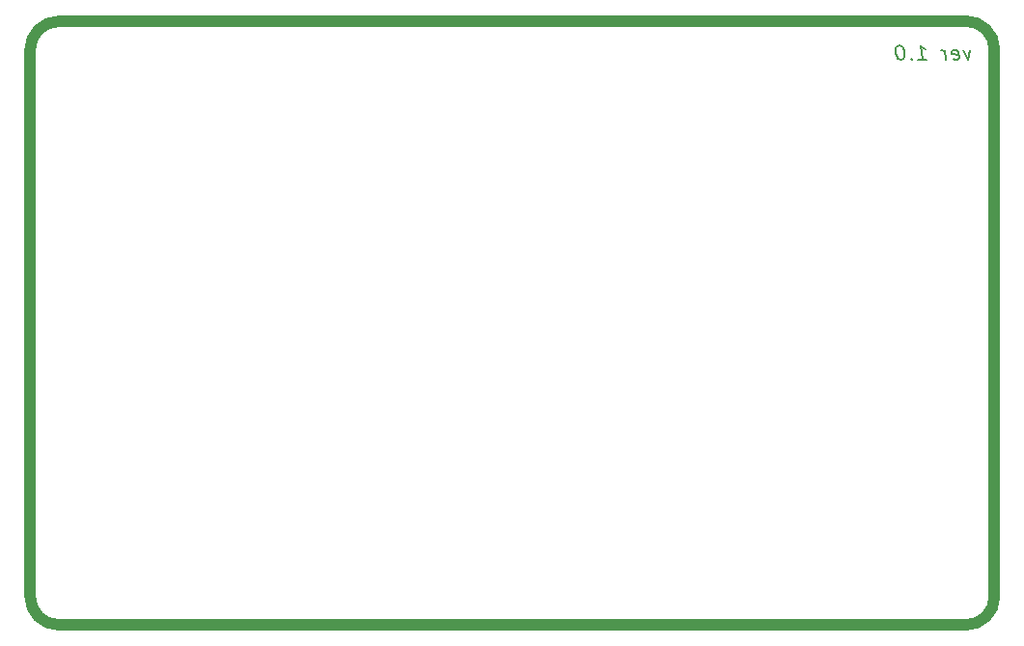
<source format=gbr>
%TF.GenerationSoftware,KiCad,Pcbnew,(5.1.10)-1*%
%TF.CreationDate,2023-01-04T12:47:17+09:00*%
%TF.ProjectId,circuit-business-card,63697263-7569-4742-9d62-7573696e6573,rev?*%
%TF.SameCoordinates,Original*%
%TF.FileFunction,Soldermask,Bot*%
%TF.FilePolarity,Negative*%
%FSLAX46Y46*%
G04 Gerber Fmt 4.6, Leading zero omitted, Abs format (unit mm)*
G04 Created by KiCad (PCBNEW (5.1.10)-1) date 2023-01-04 12:47:17*
%MOMM*%
%LPD*%
G01*
G04 APERTURE LIST*
%ADD10C,0.200000*%
%ADD11C,1.000000*%
G04 APERTURE END LIST*
D10*
X152983958Y-68021428D02*
X152782767Y-68888095D01*
X152364910Y-68021428D01*
X151475029Y-68826190D02*
X151606577Y-68888095D01*
X151854196Y-68888095D01*
X151970267Y-68826190D01*
X152016696Y-68702380D01*
X151954791Y-68207142D01*
X151877410Y-68083333D01*
X151745863Y-68021428D01*
X151498244Y-68021428D01*
X151382172Y-68083333D01*
X151335744Y-68207142D01*
X151351220Y-68330952D01*
X151985744Y-68454761D01*
X150863720Y-68888095D02*
X150755386Y-68021428D01*
X150786339Y-68269047D02*
X150708958Y-68145238D01*
X150639315Y-68083333D01*
X150507767Y-68021428D01*
X150383958Y-68021428D01*
X148387529Y-68888095D02*
X149130386Y-68888095D01*
X148758958Y-68888095D02*
X148596458Y-67588095D01*
X148743482Y-67773809D01*
X148882767Y-67897619D01*
X149014315Y-67959523D01*
X147814910Y-68764285D02*
X147760744Y-68826190D01*
X147830386Y-68888095D01*
X147884553Y-68826190D01*
X147814910Y-68764285D01*
X147830386Y-68888095D01*
X146801220Y-67588095D02*
X146677410Y-67588095D01*
X146561339Y-67650000D01*
X146507172Y-67711904D01*
X146460744Y-67835714D01*
X146429791Y-68083333D01*
X146468482Y-68392857D01*
X146561339Y-68640476D01*
X146638720Y-68764285D01*
X146708363Y-68826190D01*
X146839910Y-68888095D01*
X146963720Y-68888095D01*
X147079791Y-68826190D01*
X147133958Y-68764285D01*
X147180386Y-68640476D01*
X147211339Y-68392857D01*
X147172648Y-68083333D01*
X147079791Y-67835714D01*
X147002410Y-67711904D01*
X146932767Y-67650000D01*
X146801220Y-67588095D01*
D11*
X152600000Y-65480000D02*
G75*
G02*
X155100000Y-67980000I0J-2500000D01*
G01*
X155100000Y-68020000D02*
X155100000Y-116000000D01*
X155100000Y-116000000D02*
G75*
G02*
X152600000Y-118500000I-2500000J0D01*
G01*
X152600000Y-118500000D02*
X73000000Y-118500000D01*
X73000000Y-118500000D02*
G75*
G02*
X70500000Y-116000000I0J2500000D01*
G01*
X70500000Y-68000000D02*
X70500000Y-115980000D01*
X70500000Y-68000000D02*
G75*
G02*
X73000000Y-65500000I2500000J0D01*
G01*
X152600000Y-65500000D02*
X73000000Y-65500000D01*
M02*

</source>
